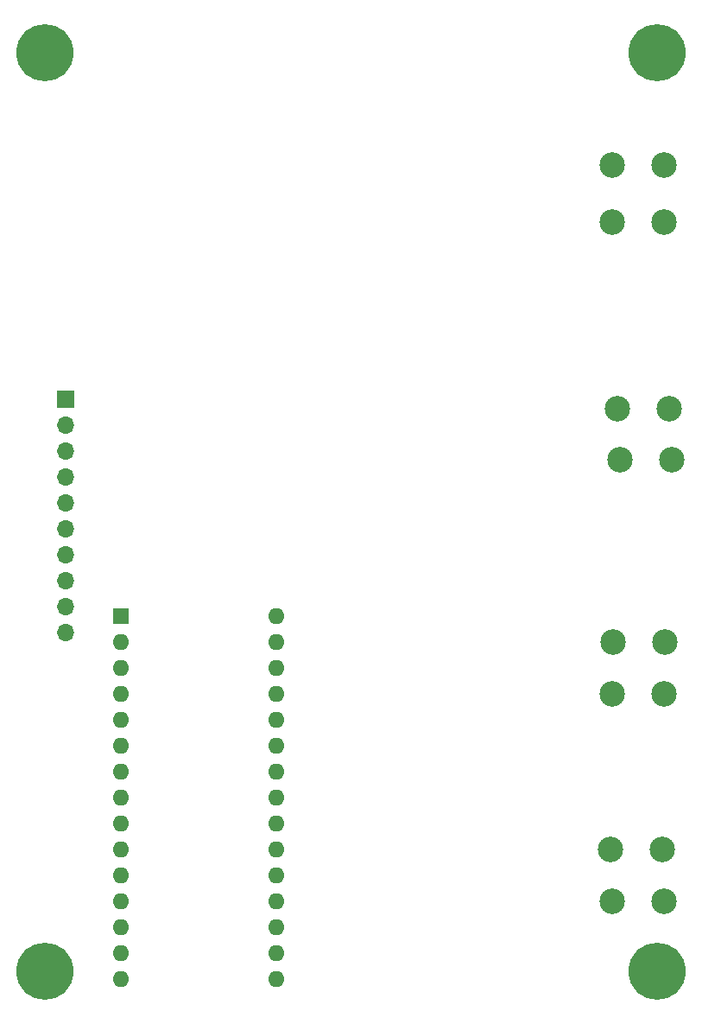
<source format=gbr>
%TF.GenerationSoftware,KiCad,Pcbnew,(6.0.4)*%
%TF.CreationDate,2023-07-24T13:01:57-04:00*%
%TF.ProjectId,BREAD_Slice,42524541-445f-4536-9c69-63652e6b6963,rev?*%
%TF.SameCoordinates,Original*%
%TF.FileFunction,Copper,L1,Top*%
%TF.FilePolarity,Positive*%
%FSLAX46Y46*%
G04 Gerber Fmt 4.6, Leading zero omitted, Abs format (unit mm)*
G04 Created by KiCad (PCBNEW (6.0.4)) date 2023-07-24 13:01:57*
%MOMM*%
%LPD*%
G01*
G04 APERTURE LIST*
%TA.AperFunction,ComponentPad*%
%ADD10C,5.600000*%
%TD*%
%TA.AperFunction,ComponentPad*%
%ADD11R,1.600000X1.600000*%
%TD*%
%TA.AperFunction,ComponentPad*%
%ADD12O,1.600000X1.600000*%
%TD*%
%TA.AperFunction,ComponentPad*%
%ADD13R,1.700000X1.700000*%
%TD*%
%TA.AperFunction,ComponentPad*%
%ADD14O,1.700000X1.700000*%
%TD*%
%TA.AperFunction,ComponentPad*%
%ADD15C,2.500000*%
%TD*%
G04 APERTURE END LIST*
D10*
%TO.P,H1,1*%
%TO.N,N/C*%
X127600000Y-44800000D03*
%TD*%
%TO.P,H2,1*%
%TO.N,N/C*%
X187600000Y-44800000D03*
%TD*%
%TO.P,H3,1*%
%TO.N,N/C*%
X127600000Y-134800000D03*
%TD*%
%TO.P,H4,1*%
%TO.N,N/C*%
X187600000Y-134800000D03*
%TD*%
D11*
%TO.P,A1,1*%
%TO.N,Net-(A1-Pad1)*%
X135000000Y-100000000D03*
D12*
%TO.P,A1,2*%
%TO.N,Net-(A1-Pad2)*%
X135000000Y-102540000D03*
%TO.P,A1,3*%
%TO.N,Net-(A1-Pad3)*%
X135000000Y-105080000D03*
%TO.P,A1,4*%
%TO.N,GND*%
X135000000Y-107620000D03*
%TO.P,A1,5*%
%TO.N,/E_STOP*%
X135000000Y-110160000D03*
%TO.P,A1,6*%
%TO.N,/INT*%
X135000000Y-112700000D03*
%TO.P,A1,7*%
%TO.N,/SYNC*%
X135000000Y-115240000D03*
%TO.P,A1,8*%
%TO.N,Net-(A1-Pad8)*%
X135000000Y-117780000D03*
%TO.P,A1,9*%
%TO.N,Net-(A1-Pad9)*%
X135000000Y-120320000D03*
%TO.P,A1,10*%
%TO.N,Net-(A1-Pad10)*%
X135000000Y-122860000D03*
%TO.P,A1,11*%
%TO.N,Net-(A1-Pad11)*%
X135000000Y-125400000D03*
%TO.P,A1,12*%
%TO.N,Net-(A1-Pad12)*%
X135000000Y-127940000D03*
%TO.P,A1,13*%
%TO.N,Net-(A1-Pad13)*%
X135000000Y-130480000D03*
%TO.P,A1,14*%
%TO.N,Net-(A1-Pad14)*%
X135000000Y-133020000D03*
%TO.P,A1,15*%
%TO.N,Net-(A1-Pad15)*%
X135000000Y-135560000D03*
%TO.P,A1,16*%
%TO.N,Net-(A1-Pad16)*%
X150240000Y-135560000D03*
%TO.P,A1,17*%
%TO.N,Net-(A1-Pad17)*%
X150240000Y-133020000D03*
%TO.P,A1,18*%
%TO.N,Net-(A1-Pad18)*%
X150240000Y-130480000D03*
%TO.P,A1,19*%
%TO.N,/CURR1*%
X150240000Y-127940000D03*
%TO.P,A1,20*%
%TO.N,/CURR2*%
X150240000Y-125400000D03*
%TO.P,A1,21*%
%TO.N,/CURR3*%
X150240000Y-122860000D03*
%TO.P,A1,22*%
%TO.N,/CURR4*%
X150240000Y-120320000D03*
%TO.P,A1,23*%
%TO.N,/I2C_DAT*%
X150240000Y-117780000D03*
%TO.P,A1,24*%
%TO.N,/I2C_CLK*%
X150240000Y-115240000D03*
%TO.P,A1,25*%
%TO.N,Net-(A1-Pad25)*%
X150240000Y-112700000D03*
%TO.P,A1,26*%
%TO.N,Net-(A1-Pad26)*%
X150240000Y-110160000D03*
%TO.P,A1,27*%
%TO.N,+5V*%
X150240000Y-107620000D03*
%TO.P,A1,28*%
%TO.N,Net-(A1-Pad28)*%
X150240000Y-105080000D03*
%TO.P,A1,29*%
%TO.N,GND*%
X150240000Y-102540000D03*
%TO.P,A1,30*%
%TO.N,+12V*%
X150240000Y-100000000D03*
%TD*%
D13*
%TO.P,J1,1*%
%TO.N,GND*%
X129600000Y-78800000D03*
D14*
%TO.P,J1,2*%
%TO.N,+12V*%
X129600000Y-81340000D03*
%TO.P,J1,3*%
%TO.N,/I2C_CLK*%
X129600000Y-83880000D03*
%TO.P,J1,4*%
%TO.N,/I2C_DAT*%
X129600000Y-86420000D03*
%TO.P,J1,5*%
%TO.N,GND*%
X129600000Y-88960000D03*
%TO.P,J1,6*%
%TO.N,/E_STOP*%
X129600000Y-91500000D03*
%TO.P,J1,7*%
%TO.N,/INT*%
X129600000Y-94040000D03*
%TO.P,J1,8*%
%TO.N,/SYNC*%
X129600000Y-96580000D03*
%TO.P,J1,9*%
%TO.N,+12V*%
X129600000Y-99120000D03*
%TO.P,J1,10*%
%TO.N,GND*%
X129600000Y-101660000D03*
%TD*%
D15*
%TO.P,J2,1*%
%TO.N,Net-(J2-Pad1)*%
X188259000Y-127989000D03*
%TO.P,J2,2*%
%TO.N,N/C*%
X183179000Y-127989000D03*
%TD*%
%TO.P,J3,1*%
%TO.N,Net-(J3-Pad1)*%
X188132000Y-122909000D03*
%TO.P,J3,2*%
%TO.N,N/C*%
X183052000Y-122909000D03*
%TD*%
%TO.P,J4,1*%
%TO.N,Net-(J4-Pad1)*%
X189021000Y-84682000D03*
%TO.P,J4,2*%
%TO.N,N/C*%
X183941000Y-84682000D03*
%TD*%
%TO.P,J5,1*%
%TO.N,Net-(J5-Pad1)*%
X188767000Y-79729000D03*
%TO.P,J5,2*%
%TO.N,N/C*%
X183687000Y-79729000D03*
%TD*%
%TO.P,J6,1*%
%TO.N,Net-(J6-Pad1)*%
X188259000Y-107669000D03*
%TO.P,J6,2*%
%TO.N,N/C*%
X183179000Y-107669000D03*
%TD*%
%TO.P,J7,1*%
%TO.N,Net-(J7-Pad1)*%
X188386000Y-102589000D03*
%TO.P,J7,2*%
%TO.N,N/C*%
X183306000Y-102589000D03*
%TD*%
%TO.P,J8,1*%
%TO.N,Net-(J8-Pad1)*%
X188259000Y-61441000D03*
%TO.P,J8,2*%
%TO.N,N/C*%
X183179000Y-61441000D03*
%TD*%
%TO.P,J9,1*%
%TO.N,Net-(J9-Pad1)*%
X188259000Y-55853000D03*
%TO.P,J9,2*%
%TO.N,N/C*%
X183179000Y-55853000D03*
%TD*%
M02*

</source>
